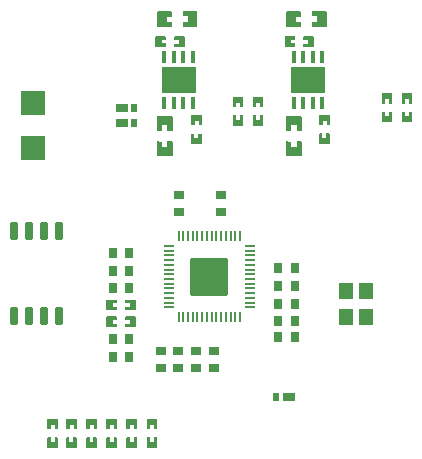
<source format=gbp>
G04 Layer: BottomPasteMaskLayer*
G04 EasyEDA Pro v2.1.64.d1969c9c.217bcf, 2024-08-30 02:53:31*
G04 Gerber Generator version 0.3*
G04 Scale: 100 percent, Rotated: No, Reflected: No*
G04 Dimensions in millimeters*
G04 Leading zeros omitted, absolute positions, 3 integers and 5 decimals*
%FSLAX35Y35*%
%MOMM*%
%AMRoundRect*1,1,$1,$2,$3*1,1,$1,$4,$5*1,1,$1,0-$2,0-$3*1,1,$1,0-$4,0-$5*20,1,$1,$2,$3,$4,$5,0*20,1,$1,$4,$5,0-$2,0-$3,0*20,1,$1,0-$2,0-$3,0-$4,0-$5,0*20,1,$1,0-$4,0-$5,$2,$3,0*4,1,4,$2,$3,$4,$5,0-$2,0-$3,0-$4,0-$5,$2,$3,0*%
%AMOval*1,1,$1,$2,$3*1,1,$1,$4,$5*20,1,$1,$2,$3,$4,$5,0*%
%ADD10R,0.8X0.9*%
%ADD11R,0.9X0.8*%
%ADD12RoundRect,0.1X0.05X0.3875X0.05X-0.3875*%
%ADD13RoundRect,0.1X0.3875X0.05X0.3875X-0.05*%
%ADD14RoundRect,0.288X1.456X1.456X1.456X-1.456*%
%ADD15RoundRect,0.3X0.15X0.65X0.15X-0.65*%
%ADD16R,1.2042X1.4*%
%ADD17R,1.2X1.4*%
%ADD18R,0.51999X0.7*%
%ADD19R,1.05001X0.7*%
%ADD20R,0.51999X0.7*%
%ADD21R,1.05001X0.7*%
%ADD22Oval,0.41999X0.0X-0.30751X0.0X0.30751*%
%ADD23R,2.99999X2.2*%
%ADD24R,2.05999X2.07*%
G75*


G04 PolygonModel Start*
G36*
G01X-84242Y1707076D02*
G01X-84242Y1835074D01*
G01X-89244Y1840076D01*
G01X-204245D01*
G01X-209243Y1835074D01*
G01X-209746Y1794071D01*
G01X-164745D01*
G01Y1749072D01*
G01X-208746D01*
G01X-209243Y1707076D01*
G01X-204245Y1702075D01*
G01X-89244D01*
G01X-84242Y1707076D01*
G37*
G36*
G01X-425237Y1835077D02*
G01X-425237Y1707079D01*
G01X-420236Y1702077D01*
G01X-305235D01*
G01X-300236Y1707079D01*
G01X-299733Y1748082D01*
G01X-344735D01*
G01Y1793080D01*
G01X-300734D01*
G01X-300236Y1835077D01*
G01X-305235Y1840078D01*
G01X-420236D01*
G01X-425237Y1835077D01*
G37*
G36*
G01X946701Y719425D02*
G01X946701Y799425D01*
G01X951702Y804426D01*
G01X974498D01*
G01Y767426D01*
G01X1007498D01*
G01Y804426D01*
G01X1031702D01*
G01X1036700Y799425D01*
G01Y719425D01*
G01X1031702Y714426D01*
G01X951702D01*
G01X946701Y719425D01*
G37*
G36*
G01X1036698Y958429D02*
G01X1036698Y878429D01*
G01X1031697Y873428D01*
G01X1008900D01*
G01Y910428D01*
G01X975901D01*
G01Y873428D01*
G01X951697D01*
G01X946698Y878429D01*
G01Y958429D01*
G01X951697Y963428D01*
G01X1031697D01*
G01X1036698Y958429D01*
G37*
G36*
G01X-424740Y610578D02*
G01X-296741Y610578D01*
G01X-291740Y615580D01*
G01Y730581D01*
G01X-296741Y735579D01*
G01X-337745Y736082D01*
G01Y691081D01*
G01X-382743D01*
G01Y735082D01*
G01X-424740Y735579D01*
G01X-429741Y730581D01*
G01Y615580D01*
G01X-424740Y610578D01*
G37*
G36*
G01X-296739Y951573D02*
G01X-424737Y951573D01*
G01X-429738Y946572D01*
G01Y831571D01*
G01X-424737Y826572D01*
G01X-383734Y826069D01*
G01Y871071D01*
G01X-338735D01*
G01Y827070D01*
G01X-296739Y826572D01*
G01X-291738Y831571D01*
G01Y946572D01*
G01X-296739Y951573D01*
G37*
G36*
G01X668881Y610578D02*
G01X796879Y610578D01*
G01X801880Y615580D01*
G01Y730581D01*
G01X796879Y735579D01*
G01X755876Y736082D01*
G01Y691081D01*
G01X710877D01*
G01Y735082D01*
G01X668881Y735579D01*
G01X663879Y730581D01*
G01Y615580D01*
G01X668881Y610578D01*
G37*
G36*
G01X796881Y951573D02*
G01X668883Y951573D01*
G01X663882Y946572D01*
G01Y831571D01*
G01X668883Y826572D01*
G01X709886Y826069D01*
G01Y871071D01*
G01X754885D01*
G01Y827070D01*
G01X796881Y826572D01*
G01X801883Y831571D01*
G01Y946572D01*
G01X796881Y951573D01*
G37*
G36*
G01X1009378Y1707076D02*
G01X1009378Y1835074D01*
G01X1004376Y1840076D01*
G01X889375D01*
G01X884377Y1835074D01*
G01X883874Y1794071D01*
G01X928875D01*
G01Y1749072D01*
G01X884875D01*
G01X884377Y1707076D01*
G01X889375Y1702075D01*
G01X1004376D01*
G01X1009378Y1707076D01*
G37*
G36*
G01X668383Y1835077D02*
G01X668383Y1707079D01*
G01X673384Y1702077D01*
G01X788385D01*
G01X793384Y1707079D01*
G01X793887Y1748082D01*
G01X748885D01*
G01Y1793080D01*
G01X792886D01*
G01X793384Y1835077D01*
G01X788385Y1840078D01*
G01X673384D01*
G01X668383Y1835077D01*
G37*
G36*
G01X-136993Y717043D02*
G01X-136993Y797042D01*
G01X-131992Y802044D01*
G01X-109195D01*
G01Y765043D01*
G01X-76195D01*
G01Y802044D01*
G01X-51992D01*
G01X-46993Y797042D01*
G01Y717043D01*
G01X-51992Y712044D01*
G01X-131992D01*
G01X-136993Y717043D01*
G37*
G36*
G01X-46996Y956046D02*
G01X-46996Y876047D01*
G01X-51997Y871045D01*
G01X-74793D01*
G01Y908045D01*
G01X-107793D01*
G01Y871045D01*
G01X-131997D01*
G01X-136995Y876047D01*
G01Y956046D01*
G01X-131997Y961045D01*
G01X-51997D01*
G01X-46996Y956046D01*
G37*
G36*
G01X-195709Y1536078D02*
G01X-275709Y1536078D01*
G01X-280710Y1541079D01*
G01Y1563875D01*
G01X-243710D01*
G01Y1596875D01*
G01X-280710D01*
G01Y1621079D01*
G01X-275709Y1626078D01*
G01X-195709D01*
G01X-190710Y1621079D01*
G01Y1541079D01*
G01X-195709Y1536078D01*
G37*
G36*
G01X-434713Y1626075D02*
G01X-354713Y1626075D01*
G01X-349712Y1621074D01*
G01Y1598277D01*
G01X-386712D01*
G01Y1565278D01*
G01X-349712D01*
G01Y1541074D01*
G01X-354713Y1536075D01*
G01X-434713D01*
G01X-439712Y1541074D01*
G01Y1621074D01*
G01X-434713Y1626075D01*
G37*
G36*
G01X897911Y1536078D02*
G01X817911Y1536078D01*
G01X812910Y1541079D01*
G01Y1563875D01*
G01X849910D01*
G01Y1596875D01*
G01X812910D01*
G01Y1621079D01*
G01X817911Y1626078D01*
G01X897911D01*
G01X902910Y1621079D01*
G01Y1541079D01*
G01X897911Y1536078D01*
G37*
G36*
G01X658907Y1626075D02*
G01X738907Y1626075D01*
G01X743908Y1621074D01*
G01Y1598277D01*
G01X706908D01*
G01Y1565278D01*
G01X743908D01*
G01Y1541074D01*
G01X738907Y1536075D01*
G01X658907D01*
G01X653909Y1541074D01*
G01Y1621074D01*
G01X658907Y1626075D01*
G37*
G36*
G01X-849502Y-745002D02*
G01X-769502Y-745002D01*
G01X-764501Y-750003D01*
G01Y-772800D01*
G01X-801501D01*
G01Y-805799D01*
G01X-764501D01*
G01Y-830003D01*
G01X-769502Y-835002D01*
G01X-849502D01*
G01X-854501Y-830003D01*
G01Y-750003D01*
G01X-849502Y-745002D01*
G37*
G36*
G01X-610498Y-834999D02*
G01X-690498Y-834999D01*
G01X-695500Y-829998D01*
G01Y-807201D01*
G01X-658499D01*
G01Y-774202D01*
G01X-695500D01*
G01Y-749998D01*
G01X-690498Y-744999D01*
G01X-610498D01*
G01X-605500Y-749998D01*
G01Y-829998D01*
G01X-610498Y-834999D01*
G37*
G36*
G01X-849502Y-605002D02*
G01X-769502Y-605002D01*
G01X-764501Y-610003D01*
G01Y-632799D01*
G01X-801501D01*
G01Y-665799D01*
G01X-764501D01*
G01Y-690003D01*
G01X-769502Y-695002D01*
G01X-849502D01*
G01X-854501Y-690003D01*
G01Y-610003D01*
G01X-849502Y-605002D01*
G37*
G36*
G01X-610498Y-694999D02*
G01X-690498Y-694999D01*
G01X-695500Y-689998D01*
G01Y-667201D01*
G01X-658499D01*
G01Y-634202D01*
G01X-695500D01*
G01Y-609998D01*
G01X-690498Y-604999D01*
G01X-610498D01*
G01X-605500Y-609998D01*
G01Y-689998D01*
G01X-610498Y-694999D01*
G37*
G36*
G01X-514997Y-1855089D02*
G01X-514997Y-1775089D01*
G01X-509996Y-1770088D01*
G01X-487200D01*
G01Y-1807088D01*
G01X-454200D01*
G01Y-1770088D01*
G01X-429996D01*
G01X-424998Y-1775089D01*
G01Y-1855089D01*
G01X-429996Y-1860087D01*
G01X-509996D01*
G01X-514997Y-1855089D01*
G37*
G36*
G01X-425000Y-1616085D02*
G01X-425000Y-1696085D01*
G01X-430001Y-1701086D01*
G01X-452798D01*
G01Y-1664086D01*
G01X-485798D01*
G01Y-1701086D01*
G01X-510001D01*
G01X-515000Y-1696085D01*
G01Y-1616085D01*
G01X-510001Y-1611086D01*
G01X-430001D01*
G01X-425000Y-1616085D01*
G37*
G36*
G01X-684998Y-1855089D02*
G01X-684998Y-1775089D01*
G01X-679996Y-1770088D01*
G01X-657200D01*
G01Y-1807088D01*
G01X-624200D01*
G01Y-1770088D01*
G01X-599997D01*
G01X-594998Y-1775089D01*
G01Y-1855089D01*
G01X-599997Y-1860087D01*
G01X-679996D01*
G01X-684998Y-1855089D01*
G37*
G36*
G01X-595000Y-1616085D02*
G01X-595000Y-1696085D01*
G01X-600002Y-1701086D01*
G01X-622798D01*
G01Y-1664086D01*
G01X-655798D01*
G01Y-1701086D01*
G01X-680001D01*
G01X-685000Y-1696085D01*
G01Y-1616085D01*
G01X-680001Y-1611086D01*
G01X-600002D01*
G01X-595000Y-1616085D01*
G37*
G36*
G01X-1265001Y-1616085D02*
G01X-1265001Y-1696085D01*
G01X-1270002Y-1701086D01*
G01X-1292799D01*
G01Y-1664086D01*
G01X-1325798D01*
G01Y-1701086D01*
G01X-1350002D01*
G01X-1355001Y-1696085D01*
G01Y-1616085D01*
G01X-1350002Y-1611086D01*
G01X-1270002D01*
G01X-1265001Y-1616085D01*
G37*
G36*
G01X-1354998Y-1855089D02*
G01X-1354998Y-1775089D01*
G01X-1349997Y-1770088D01*
G01X-1327200D01*
G01Y-1807088D01*
G01X-1294201D01*
G01Y-1770088D01*
G01X-1269997D01*
G01X-1264998Y-1775089D01*
G01Y-1855089D01*
G01X-1269997Y-1860087D01*
G01X-1349997D01*
G01X-1354998Y-1855089D01*
G37*
G36*
G01X-1105341Y-1616085D02*
G01X-1105341Y-1696085D01*
G01X-1110342Y-1701086D01*
G01X-1133139D01*
G01Y-1664086D01*
G01X-1166139D01*
G01Y-1701086D01*
G01X-1190342D01*
G01X-1195341Y-1696085D01*
G01Y-1616085D01*
G01X-1190342Y-1611086D01*
G01X-1110342D01*
G01X-1105341Y-1616085D01*
G37*
G36*
G01X-1195338Y-1855089D02*
G01X-1195338Y-1775089D01*
G01X-1190337Y-1770088D01*
G01X-1167541D01*
G01Y-1807088D01*
G01X-1134541D01*
G01Y-1770088D01*
G01X-1110337D01*
G01X-1105339Y-1775089D01*
G01Y-1855089D01*
G01X-1110337Y-1860087D01*
G01X-1190337D01*
G01X-1195338Y-1855089D01*
G37*
G36*
G01X-935341Y-1616085D02*
G01X-935341Y-1696085D01*
G01X-940343Y-1701086D01*
G01X-963139D01*
G01Y-1664086D01*
G01X-996139D01*
G01Y-1701086D01*
G01X-1020342D01*
G01X-1025341Y-1696085D01*
G01Y-1616085D01*
G01X-1020342Y-1611086D01*
G01X-940343D01*
G01X-935341Y-1616085D01*
G37*
G36*
G01X-1025339Y-1855089D02*
G01X-1025339Y-1775089D01*
G01X-1020337Y-1770088D01*
G01X-997541D01*
G01Y-1807088D01*
G01X-964541D01*
G01Y-1770088D01*
G01X-940337D01*
G01X-935339Y-1775089D01*
G01Y-1855089D01*
G01X-940337Y-1860087D01*
G01X-1020337D01*
G01X-1025339Y-1855089D01*
G37*
G36*
G01X-765341Y-1616085D02*
G01X-765341Y-1696085D01*
G01X-770343Y-1701086D01*
G01X-793139D01*
G01Y-1664086D01*
G01X-826139D01*
G01Y-1701086D01*
G01X-850342D01*
G01X-855341Y-1696085D01*
G01Y-1616085D01*
G01X-850342Y-1611086D01*
G01X-770343D01*
G01X-765341Y-1616085D01*
G37*
G36*
G01X-855339Y-1855089D02*
G01X-855339Y-1775089D01*
G01X-850337Y-1770088D01*
G01X-827541D01*
G01Y-1807088D01*
G01X-794541D01*
G01Y-1770088D01*
G01X-770338D01*
G01X-765339Y-1775089D01*
G01Y-1855089D01*
G01X-770338Y-1860087D01*
G01X-850337D01*
G01X-855339Y-1855089D01*
G37*
G36*
G01X1475003Y901574D02*
G01X1475003Y981574D01*
G01X1480005Y986575D01*
G01X1502801D01*
G01Y949575D01*
G01X1535801D01*
G01Y986575D01*
G01X1560005D01*
G01X1565003Y981574D01*
G01Y901574D01*
G01X1560005Y896576D01*
G01X1480005D01*
G01X1475003Y901574D01*
G37*
G36*
G01X1565001Y1140578D02*
G01X1565001Y1060578D01*
G01X1559999Y1055577D01*
G01X1537203D01*
G01Y1092577D01*
G01X1504203D01*
G01Y1055577D01*
G01X1480000D01*
G01X1475001Y1060578D01*
G01Y1140578D01*
G01X1480000Y1145577D01*
G01X1559999D01*
G01X1565001Y1140578D01*
G37*
G36*
G01X1645004Y901574D02*
G01X1645004Y981574D01*
G01X1650005Y986575D01*
G01X1672801D01*
G01Y949575D01*
G01X1705801D01*
G01Y986575D01*
G01X1730005D01*
G01X1735003Y981574D01*
G01Y901574D01*
G01X1730005Y896576D01*
G01X1650005D01*
G01X1645004Y901574D01*
G37*
G36*
G01X1735001Y1140578D02*
G01X1735001Y1060578D01*
G01X1730000Y1055577D01*
G01X1707203D01*
G01Y1092577D01*
G01X1674203D01*
G01Y1055577D01*
G01X1650000D01*
G01X1645001Y1060578D01*
G01Y1140578D01*
G01X1650000Y1145577D01*
G01X1730000D01*
G01X1735001Y1140578D01*
G37*
G36*
G01X215003Y871574D02*
G01X215003Y951574D01*
G01X220004Y956575D01*
G01X242801D01*
G01Y919575D01*
G01X275800D01*
G01Y956575D01*
G01X300004D01*
G01X305003Y951574D01*
G01Y871574D01*
G01X300004Y866576D01*
G01X220004D01*
G01X215003Y871574D01*
G37*
G36*
G01X305000Y1110578D02*
G01X305000Y1030578D01*
G01X299999Y1025577D01*
G01X277202D01*
G01Y1062577D01*
G01X244203D01*
G01Y1025577D01*
G01X219999D01*
G01X215000Y1030578D01*
G01Y1110578D01*
G01X219999Y1115577D01*
G01X299999D01*
G01X305000Y1110578D01*
G37*
G36*
G01X385003Y871574D02*
G01X385003Y951574D01*
G01X390004Y956575D01*
G01X412801D01*
G01Y919575D01*
G01X445800D01*
G01Y956575D01*
G01X470004D01*
G01X475003Y951574D01*
G01Y871574D01*
G01X470004Y866576D01*
G01X390004D01*
G01X385003Y871574D01*
G37*
G36*
G01X475000Y1110578D02*
G01X475000Y1030578D01*
G01X469999Y1025577D01*
G01X447203D01*
G01Y1062577D01*
G01X414203D01*
G01Y1025577D01*
G01X389999D01*
G01X385001Y1030578D01*
G01Y1110578D01*
G01X389999Y1115577D01*
G01X469999D01*
G01X475000Y1110578D01*
G37*
G04 PolygonModel End*

G04 Pad Start*
G54D10*
G01X599999Y-787703D03*
G01X740004Y-787703D03*
G01X599999Y-337703D03*
G01X740004Y-337703D03*
G01X599999Y-487703D03*
G01X740004Y-487703D03*
G01X599999Y-637703D03*
G01X740004Y-637703D03*
G54D11*
G01X55001Y-1178928D03*
G01X55001Y-1038923D03*
G54D10*
G01X-800001Y-357557D03*
G01X-659997Y-357557D03*
G54D11*
G01X115180Y138931D03*
G01X115180Y278936D03*
G01X-242960Y141471D03*
G01X-242960Y281476D03*
G54D10*
G01X-800001Y-507557D03*
G01X-659997Y-507557D03*
G54D11*
G01X-244999Y-1178928D03*
G01X-244999Y-1038923D03*
G01X-94999Y-1178928D03*
G01X-94999Y-1038923D03*
G01X-394999Y-1178928D03*
G01X-394999Y-1038923D03*
G54D10*
G01X-799999Y-1086190D03*
G01X-659994Y-1086190D03*
G01X599999Y-920168D03*
G01X740004Y-920168D03*
G54D12*
G01X-243879Y-64537D03*
G01X-203879Y-64537D03*
G01X-163880Y-64537D03*
G01X-123880Y-64537D03*
G01X-83880Y-64537D03*
G01X-43880Y-64537D03*
G01X-3880Y-64537D03*
G01X36120Y-64537D03*
G01X76120Y-64537D03*
G01X116120Y-64537D03*
G01X156120Y-64537D03*
G01X196120Y-64537D03*
G01X236120Y-64537D03*
G01X276120Y-64537D03*
G54D13*
G01X359869Y-148287D03*
G01X359869Y-188287D03*
G01X359869Y-228287D03*
G01X359869Y-268287D03*
G01X359869Y-308287D03*
G01X359869Y-348287D03*
G01X359869Y-388286D03*
G01X359869Y-428286D03*
G01X359869Y-468286D03*
G01X359869Y-508286D03*
G01X359869Y-548286D03*
G01X359869Y-588286D03*
G01X359869Y-628286D03*
G01X359869Y-668286D03*
G54D12*
G01X276120Y-752036D03*
G01X236120Y-752036D03*
G01X196120Y-752036D03*
G01X156120Y-752036D03*
G01X116120Y-752036D03*
G01X76120Y-752036D03*
G01X36120Y-752036D03*
G01X-3880Y-752036D03*
G01X-43880Y-752036D03*
G01X-83880Y-752036D03*
G01X-123880Y-752036D03*
G01X-163880Y-752036D03*
G01X-203879Y-752036D03*
G01X-243879Y-752036D03*
G54D13*
G01X-327629Y-668286D03*
G01X-327629Y-628286D03*
G01X-327629Y-588286D03*
G01X-327629Y-548286D03*
G01X-327629Y-508286D03*
G01X-327629Y-468286D03*
G01X-327629Y-428286D03*
G01X-327629Y-388286D03*
G01X-327629Y-348287D03*
G01X-327629Y-308287D03*
G01X-327629Y-268287D03*
G01X-327629Y-228287D03*
G01X-327629Y-188287D03*
G01X-327629Y-148287D03*
G54D14*
G01X16120Y-408286D03*
G54D15*
G01X-1640501Y-20001D03*
G01X-1513501Y-20001D03*
G01X-1386501Y-20001D03*
G01X-1259501Y-20001D03*
G01X-1259501Y-739999D03*
G01X-1386501Y-739999D03*
G01X-1513501Y-739999D03*
G01X-1640501Y-739999D03*
G54D17*
G01X1345002Y-528925D03*
G01X1345002Y-748925D03*
G01X1175002Y-748925D03*
G01X1175002Y-528925D03*
G54D18*
G01X-618259Y891076D03*
G54D19*
G01X-721739Y891076D03*
G54D18*
G01X-618259Y1022909D03*
G54D19*
G01X-721739Y1022909D03*
G54D20*
G01X584711Y-1423727D03*
G54D21*
G01X688191Y-1423727D03*
G54D22*
G01X970130Y1063310D03*
G01X890145Y1063310D03*
G01X810135Y1063310D03*
G01X730150Y1063310D03*
G01X970130Y1451813D03*
G01X890145Y1451813D03*
G01X810135Y1451813D03*
G01X730150Y1451813D03*
G54D23*
G01X850140Y1257575D03*
G54D22*
G01X-123490Y1062822D03*
G01X-203475Y1062822D03*
G01X-283485Y1062822D03*
G01X-363470Y1062822D03*
G01X-123490Y1451325D03*
G01X-203475Y1451325D03*
G01X-283485Y1451325D03*
G01X-363470Y1451325D03*
G54D23*
G01X-243480Y1257086D03*
G54D24*
G01X-1480000Y678176D03*
G01X-1480000Y1063976D03*
G54D10*
G01X-800001Y-207557D03*
G01X-659997Y-207557D03*
G01X-800001Y-937557D03*
G01X-659997Y-937557D03*
G04 Pad End*

M02*

</source>
